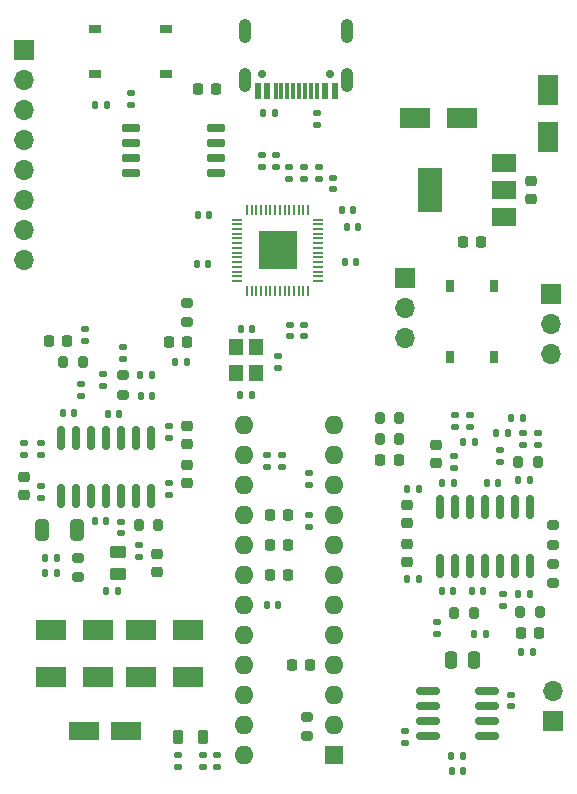
<source format=gbr>
%TF.GenerationSoftware,KiCad,Pcbnew,(6.0.6)*%
%TF.CreationDate,2022-10-30T13:06:07-04:00*%
%TF.ProjectId,RP2040_AS3394,52503230-3430-45f4-9153-333339342e6b,rev?*%
%TF.SameCoordinates,Original*%
%TF.FileFunction,Soldermask,Top*%
%TF.FilePolarity,Negative*%
%FSLAX46Y46*%
G04 Gerber Fmt 4.6, Leading zero omitted, Abs format (unit mm)*
G04 Created by KiCad (PCBNEW (6.0.6)) date 2022-10-30 13:06:07*
%MOMM*%
%LPD*%
G01*
G04 APERTURE LIST*
G04 Aperture macros list*
%AMRoundRect*
0 Rectangle with rounded corners*
0 $1 Rounding radius*
0 $2 $3 $4 $5 $6 $7 $8 $9 X,Y pos of 4 corners*
0 Add a 4 corners polygon primitive as box body*
4,1,4,$2,$3,$4,$5,$6,$7,$8,$9,$2,$3,0*
0 Add four circle primitives for the rounded corners*
1,1,$1+$1,$2,$3*
1,1,$1+$1,$4,$5*
1,1,$1+$1,$6,$7*
1,1,$1+$1,$8,$9*
0 Add four rect primitives between the rounded corners*
20,1,$1+$1,$2,$3,$4,$5,0*
20,1,$1+$1,$4,$5,$6,$7,0*
20,1,$1+$1,$6,$7,$8,$9,0*
20,1,$1+$1,$8,$9,$2,$3,0*%
G04 Aperture macros list end*
%ADD10RoundRect,0.225000X-0.225000X-0.250000X0.225000X-0.250000X0.225000X0.250000X-0.225000X0.250000X0*%
%ADD11RoundRect,0.135000X-0.185000X0.135000X-0.185000X-0.135000X0.185000X-0.135000X0.185000X0.135000X0*%
%ADD12RoundRect,0.225000X0.250000X-0.225000X0.250000X0.225000X-0.250000X0.225000X-0.250000X-0.225000X0*%
%ADD13RoundRect,0.225000X0.225000X0.250000X-0.225000X0.250000X-0.225000X-0.250000X0.225000X-0.250000X0*%
%ADD14RoundRect,0.135000X0.185000X-0.135000X0.185000X0.135000X-0.185000X0.135000X-0.185000X-0.135000X0*%
%ADD15RoundRect,0.200000X-0.275000X0.200000X-0.275000X-0.200000X0.275000X-0.200000X0.275000X0.200000X0*%
%ADD16RoundRect,0.140000X0.140000X0.170000X-0.140000X0.170000X-0.140000X-0.170000X0.140000X-0.170000X0*%
%ADD17RoundRect,0.200000X-0.200000X-0.275000X0.200000X-0.275000X0.200000X0.275000X-0.200000X0.275000X0*%
%ADD18RoundRect,0.140000X0.170000X-0.140000X0.170000X0.140000X-0.170000X0.140000X-0.170000X-0.140000X0*%
%ADD19RoundRect,0.140000X-0.140000X-0.170000X0.140000X-0.170000X0.140000X0.170000X-0.140000X0.170000X0*%
%ADD20RoundRect,0.250000X0.450000X-0.262500X0.450000X0.262500X-0.450000X0.262500X-0.450000X-0.262500X0*%
%ADD21R,0.750000X1.000000*%
%ADD22RoundRect,0.135000X-0.135000X-0.185000X0.135000X-0.185000X0.135000X0.185000X-0.135000X0.185000X0*%
%ADD23RoundRect,0.200000X0.200000X0.275000X-0.200000X0.275000X-0.200000X-0.275000X0.200000X-0.275000X0*%
%ADD24R,2.000000X1.500000*%
%ADD25R,2.000000X3.800000*%
%ADD26C,0.700000*%
%ADD27R,0.600000X1.450000*%
%ADD28R,0.300000X1.450000*%
%ADD29O,1.050000X2.100000*%
%ADD30R,1.700000X1.700000*%
%ADD31O,1.700000X1.700000*%
%ADD32RoundRect,0.150000X0.150000X-0.825000X0.150000X0.825000X-0.150000X0.825000X-0.150000X-0.825000X0*%
%ADD33R,1.200000X1.400000*%
%ADD34R,2.500000X1.800000*%
%ADD35R,1.600000X1.600000*%
%ADD36O,1.600000X1.600000*%
%ADD37RoundRect,0.218750X0.218750X0.381250X-0.218750X0.381250X-0.218750X-0.381250X0.218750X-0.381250X0*%
%ADD38RoundRect,0.250000X0.325000X0.650000X-0.325000X0.650000X-0.325000X-0.650000X0.325000X-0.650000X0*%
%ADD39R,1.800000X2.500000*%
%ADD40RoundRect,0.140000X-0.170000X0.140000X-0.170000X-0.140000X0.170000X-0.140000X0.170000X0.140000X0*%
%ADD41RoundRect,0.150000X-0.650000X-0.150000X0.650000X-0.150000X0.650000X0.150000X-0.650000X0.150000X0*%
%ADD42RoundRect,0.135000X0.135000X0.185000X-0.135000X0.185000X-0.135000X-0.185000X0.135000X-0.185000X0*%
%ADD43RoundRect,0.200000X0.275000X-0.200000X0.275000X0.200000X-0.275000X0.200000X-0.275000X-0.200000X0*%
%ADD44RoundRect,0.150000X-0.825000X-0.150000X0.825000X-0.150000X0.825000X0.150000X-0.825000X0.150000X0*%
%ADD45RoundRect,0.225000X-0.250000X0.225000X-0.250000X-0.225000X0.250000X-0.225000X0.250000X0.225000X0*%
%ADD46RoundRect,0.050000X-0.387500X-0.050000X0.387500X-0.050000X0.387500X0.050000X-0.387500X0.050000X0*%
%ADD47RoundRect,0.050000X-0.050000X-0.387500X0.050000X-0.387500X0.050000X0.387500X-0.050000X0.387500X0*%
%ADD48R,3.200000X3.200000*%
%ADD49RoundRect,0.250000X1.050000X0.550000X-1.050000X0.550000X-1.050000X-0.550000X1.050000X-0.550000X0*%
%ADD50RoundRect,0.150000X-0.150000X0.825000X-0.150000X-0.825000X0.150000X-0.825000X0.150000X0.825000X0*%
%ADD51RoundRect,0.250000X0.250000X0.475000X-0.250000X0.475000X-0.250000X-0.475000X0.250000X-0.475000X0*%
%ADD52R,1.000000X0.750000*%
G04 APERTURE END LIST*
D10*
%TO.C,C33*%
X133972000Y-132461000D03*
X135522000Y-132461000D03*
%TD*%
D11*
%TO.C,R31*%
X118364000Y-111631000D03*
X118364000Y-112651000D03*
%TD*%
D12*
%TO.C,C30*%
X145616000Y-131392000D03*
X145616000Y-129842000D03*
%TD*%
D13*
%TO.C,C45*%
X144905000Y-122758000D03*
X143355000Y-122758000D03*
%TD*%
D14*
%TO.C,R18*%
X122936000Y-130939000D03*
X122936000Y-129919000D03*
%TD*%
D15*
%TO.C,R54*%
X127013000Y-109405000D03*
X127013000Y-111055000D03*
%TD*%
D16*
%TO.C,C27*%
X149525000Y-133792000D03*
X148565000Y-133792000D03*
%TD*%
D17*
%TO.C,R52*%
X143305000Y-119202000D03*
X144955000Y-119202000D03*
%TD*%
D16*
%TO.C,C48*%
X121257000Y-118872000D03*
X120297000Y-118872000D03*
%TD*%
D11*
%TO.C,R17*%
X149553000Y-122360000D03*
X149553000Y-123380000D03*
%TD*%
D16*
%TO.C,C14*%
X132480000Y-111620000D03*
X131520000Y-111620000D03*
%TD*%
D18*
%TO.C,C51*%
X145415000Y-146657000D03*
X145415000Y-145697000D03*
%TD*%
D19*
%TO.C,C8*%
X140109000Y-101538490D03*
X141069000Y-101538490D03*
%TD*%
D14*
%TO.C,R57*%
X114620000Y-125990000D03*
X114620000Y-124970000D03*
%TD*%
D17*
%TO.C,R21*%
X155205000Y-135568000D03*
X156855000Y-135568000D03*
%TD*%
D20*
%TO.C,R13*%
X121158000Y-132357500D03*
X121158000Y-130532500D03*
%TD*%
D19*
%TO.C,C15*%
X131480000Y-117240000D03*
X132440000Y-117240000D03*
%TD*%
D21*
%TO.C,S2*%
X149245000Y-114032500D03*
X149245000Y-108032500D03*
X152995000Y-114032500D03*
X152995000Y-108032500D03*
%TD*%
D11*
%TO.C,R41*%
X119888000Y-115441000D03*
X119888000Y-116461000D03*
%TD*%
D12*
%TO.C,C22*%
X124460000Y-132220000D03*
X124460000Y-130670000D03*
%TD*%
D11*
%TO.C,R6*%
X122257000Y-91692000D03*
X122257000Y-92712000D03*
%TD*%
D14*
%TO.C,R2*%
X138000000Y-94353000D03*
X138000000Y-93333000D03*
%TD*%
D22*
%TO.C,R47*%
X155012000Y-124392000D03*
X156032000Y-124392000D03*
%TD*%
D23*
%TO.C,R53*%
X144955000Y-120980000D03*
X143305000Y-120980000D03*
%TD*%
D24*
%TO.C,U2*%
X153829000Y-102166000D03*
D25*
X147529000Y-99866000D03*
D24*
X153829000Y-99866000D03*
X153829000Y-97566000D03*
%TD*%
D26*
%TO.C,J2*%
X139112000Y-90042500D03*
X133332000Y-90042500D03*
D27*
X139472000Y-91487500D03*
X138672000Y-91487500D03*
D28*
X137472000Y-91487500D03*
X136472000Y-91487500D03*
X135972000Y-91487500D03*
X134972000Y-91487500D03*
D27*
X132972000Y-91487500D03*
X133772000Y-91487500D03*
D28*
X134472000Y-91487500D03*
X135472000Y-91487500D03*
X136972000Y-91487500D03*
X137972000Y-91487500D03*
D29*
X140542000Y-90572500D03*
X131902000Y-90572500D03*
X140542000Y-86392500D03*
X131902000Y-86392500D03*
%TD*%
D30*
%TO.C,J4*%
X113157000Y-88026000D03*
D31*
X113157000Y-90566000D03*
X113157000Y-93106000D03*
X113157000Y-95646000D03*
X113157000Y-98186000D03*
X113157000Y-100726000D03*
X113157000Y-103266000D03*
X113157000Y-105806000D03*
%TD*%
D19*
%TO.C,C31*%
X133759000Y-135001000D03*
X134719000Y-135001000D03*
%TD*%
D22*
%TO.C,R10*%
X120140000Y-133858000D03*
X121160000Y-133858000D03*
%TD*%
D32*
%TO.C,U6*%
X116332000Y-125792000D03*
X117602000Y-125792000D03*
X118872000Y-125792000D03*
X120142000Y-125792000D03*
X121412000Y-125792000D03*
X122682000Y-125792000D03*
X123952000Y-125792000D03*
X123952000Y-120842000D03*
X122682000Y-120842000D03*
X121412000Y-120842000D03*
X120142000Y-120842000D03*
X118872000Y-120842000D03*
X117602000Y-120842000D03*
X116332000Y-120842000D03*
%TD*%
D33*
%TO.C,Y1*%
X131103000Y-113200000D03*
X131103000Y-115400000D03*
X132803000Y-115400000D03*
X132803000Y-113200000D03*
%TD*%
D34*
%TO.C,D4*%
X127063000Y-137160000D03*
X123063000Y-137160000D03*
%TD*%
D23*
%TO.C,R34*%
X118137000Y-114427000D03*
X116487000Y-114427000D03*
%TD*%
D11*
%TO.C,R44*%
X153470000Y-121880000D03*
X153470000Y-122900000D03*
%TD*%
D35*
%TO.C,U5*%
X139436000Y-147706000D03*
D36*
X139436000Y-145166000D03*
X139436000Y-142626000D03*
X139436000Y-140086000D03*
X139436000Y-137546000D03*
X139436000Y-135006000D03*
X139436000Y-132466000D03*
X139436000Y-129926000D03*
X139436000Y-127386000D03*
X139436000Y-124846000D03*
X139436000Y-122306000D03*
X139436000Y-119766000D03*
X131816000Y-119766000D03*
X131816000Y-122306000D03*
X131816000Y-124846000D03*
X131816000Y-127386000D03*
X131816000Y-129926000D03*
X131816000Y-132466000D03*
X131816000Y-135006000D03*
X131816000Y-137546000D03*
X131816000Y-140086000D03*
X131816000Y-142626000D03*
X131816000Y-145166000D03*
X131816000Y-147706000D03*
%TD*%
D15*
%TO.C,R45*%
X121539000Y-115569992D03*
X121539000Y-117219992D03*
%TD*%
D18*
%TO.C,C50*%
X154410000Y-143575000D03*
X154410000Y-142615000D03*
%TD*%
D37*
%TO.C,FB1*%
X128316500Y-146177000D03*
X126191500Y-146177000D03*
%TD*%
D10*
%TO.C,C37*%
X133972000Y-127381000D03*
X135522000Y-127381000D03*
%TD*%
D11*
%TO.C,R32*%
X117983000Y-116330000D03*
X117983000Y-117350000D03*
%TD*%
D38*
%TO.C,C42*%
X117680000Y-128651000D03*
X114730000Y-128651000D03*
%TD*%
D39*
%TO.C,D2*%
X157537000Y-95389000D03*
X157537000Y-91389000D03*
%TD*%
D15*
%TO.C,R50*%
X117729000Y-131001000D03*
X117729000Y-132651000D03*
%TD*%
D40*
%TO.C,C28*%
X128316500Y-147729000D03*
X128316500Y-148689000D03*
%TD*%
D10*
%TO.C,C12*%
X150355000Y-104267000D03*
X151905000Y-104267000D03*
%TD*%
D41*
%TO.C,U3*%
X122257000Y-94615000D03*
X122257000Y-95885000D03*
X122257000Y-97155000D03*
X122257000Y-98425000D03*
X129457000Y-98425000D03*
X129457000Y-97155000D03*
X129457000Y-95885000D03*
X129457000Y-94615000D03*
%TD*%
D42*
%TO.C,R8*%
X156286000Y-138999000D03*
X155266000Y-138999000D03*
%TD*%
D43*
%TO.C,R15*%
X137160000Y-146113000D03*
X137160000Y-144463000D03*
%TD*%
D42*
%TO.C,R56*%
X115953000Y-131001000D03*
X114933000Y-131001000D03*
%TD*%
D44*
%TO.C,U7*%
X147385000Y-142305000D03*
X147385000Y-143575000D03*
X147385000Y-144845000D03*
X147385000Y-146115000D03*
X152335000Y-146115000D03*
X152335000Y-144845000D03*
X152335000Y-143575000D03*
X152335000Y-142305000D03*
%TD*%
D14*
%TO.C,R11*%
X137287000Y-128399000D03*
X137287000Y-127379000D03*
%TD*%
D11*
%TO.C,R9*%
X149680000Y-118929000D03*
X149680000Y-119949000D03*
%TD*%
%TO.C,R3*%
X135636000Y-97915000D03*
X135636000Y-98935000D03*
%TD*%
D18*
%TO.C,C19*%
X150950000Y-119919000D03*
X150950000Y-118959000D03*
%TD*%
D14*
%TO.C,R36*%
X114607000Y-122320000D03*
X114607000Y-121300000D03*
%TD*%
D22*
%TO.C,R46*%
X123031000Y-115570000D03*
X124051000Y-115570000D03*
%TD*%
D19*
%TO.C,C52*%
X149380000Y-149100000D03*
X150340000Y-149100000D03*
%TD*%
D40*
%TO.C,C20*%
X121412000Y-127960000D03*
X121412000Y-128920000D03*
%TD*%
D30*
%TO.C,J1*%
X145430000Y-107285000D03*
D31*
X145430000Y-109825000D03*
X145430000Y-112365000D03*
%TD*%
D11*
%TO.C,R37*%
X135001000Y-122299000D03*
X135001000Y-123319000D03*
%TD*%
D23*
%TO.C,R28*%
X151267000Y-135697000D03*
X149617000Y-135697000D03*
%TD*%
D18*
%TO.C,C4*%
X139319000Y-99794000D03*
X139319000Y-98834000D03*
%TD*%
D42*
%TO.C,R22*%
X149555000Y-124648000D03*
X148535000Y-124648000D03*
%TD*%
%TO.C,R55*%
X127013000Y-114427000D03*
X125993000Y-114427000D03*
%TD*%
D13*
%TO.C,C32*%
X116853000Y-112649000D03*
X115303000Y-112649000D03*
%TD*%
D18*
%TO.C,C6*%
X134493000Y-97889000D03*
X134493000Y-96929000D03*
%TD*%
D16*
%TO.C,C44*%
X152065000Y-133792000D03*
X151105000Y-133792000D03*
%TD*%
D34*
%TO.C,D1*%
X150266000Y-93770000D03*
X146266000Y-93770000D03*
%TD*%
D22*
%TO.C,R1*%
X133445000Y-93380000D03*
X134465000Y-93380000D03*
%TD*%
D45*
%TO.C,C21*%
X148029000Y-121458000D03*
X148029000Y-123008000D03*
%TD*%
D18*
%TO.C,C2*%
X138176000Y-98905000D03*
X138176000Y-97945000D03*
%TD*%
D17*
%TO.C,R23*%
X122875000Y-128270000D03*
X124525000Y-128270000D03*
%TD*%
D30*
%TO.C,J3*%
X158000000Y-144845000D03*
D31*
X158000000Y-142305000D03*
%TD*%
D16*
%TO.C,C10*%
X128849000Y-101981000D03*
X127889000Y-101981000D03*
%TD*%
D22*
%TO.C,R12*%
X150313000Y-121219000D03*
X151333000Y-121219000D03*
%TD*%
D46*
%TO.C,U1*%
X131200509Y-102375990D03*
X131200509Y-102775990D03*
X131200509Y-103175990D03*
X131200509Y-103575990D03*
X131200509Y-103975990D03*
X131200509Y-104375990D03*
X131200509Y-104775990D03*
X131200509Y-105175990D03*
X131200509Y-105575990D03*
X131200509Y-105975990D03*
X131200509Y-106375990D03*
X131200509Y-106775990D03*
X131200509Y-107175990D03*
X131200509Y-107575990D03*
D47*
X132038009Y-108413490D03*
X132438009Y-108413490D03*
X132838009Y-108413490D03*
X133238009Y-108413490D03*
X133638009Y-108413490D03*
X134038009Y-108413490D03*
X134438009Y-108413490D03*
X134838009Y-108413490D03*
X135238009Y-108413490D03*
X135638009Y-108413490D03*
X136038009Y-108413490D03*
X136438009Y-108413490D03*
X136838009Y-108413490D03*
X137238009Y-108413490D03*
D46*
X138075509Y-107575990D03*
X138075509Y-107175990D03*
X138075509Y-106775990D03*
X138075509Y-106375990D03*
X138075509Y-105975990D03*
X138075509Y-105575990D03*
X138075509Y-105175990D03*
X138075509Y-104775990D03*
X138075509Y-104375990D03*
X138075509Y-103975990D03*
X138075509Y-103575990D03*
X138075509Y-103175990D03*
X138075509Y-102775990D03*
X138075509Y-102375990D03*
D47*
X137238009Y-101538490D03*
X136838009Y-101538490D03*
X136438009Y-101538490D03*
X136038009Y-101538490D03*
X135638009Y-101538490D03*
X135238009Y-101538490D03*
X134838009Y-101538490D03*
X134438009Y-101538490D03*
X134038009Y-101538490D03*
X133638009Y-101538490D03*
X133238009Y-101538490D03*
X132838009Y-101538490D03*
X132438009Y-101538490D03*
X132038009Y-101538490D03*
D48*
X134638009Y-104975990D03*
%TD*%
D11*
%TO.C,R4*%
X136906000Y-97915000D03*
X136906000Y-98935000D03*
%TD*%
D14*
%TO.C,R48*%
X125476000Y-120842000D03*
X125476000Y-119822000D03*
%TD*%
D40*
%TO.C,C29*%
X129540000Y-147729000D03*
X129540000Y-148689000D03*
%TD*%
D22*
%TO.C,R38*%
X153107000Y-120457000D03*
X154127000Y-120457000D03*
%TD*%
D49*
%TO.C,C34*%
X121815000Y-145669000D03*
X118215000Y-145669000D03*
%TD*%
D22*
%TO.C,R49*%
X114933000Y-132334000D03*
X115953000Y-132334000D03*
%TD*%
D50*
%TO.C,U4*%
X156030000Y-126745000D03*
X154760000Y-126745000D03*
X153490000Y-126745000D03*
X152220000Y-126745000D03*
X150950000Y-126745000D03*
X149680000Y-126745000D03*
X148410000Y-126745000D03*
X148410000Y-131695000D03*
X149680000Y-131695000D03*
X150950000Y-131695000D03*
X152220000Y-131695000D03*
X153490000Y-131695000D03*
X154760000Y-131695000D03*
X156030000Y-131695000D03*
%TD*%
D13*
%TO.C,C46*%
X127013000Y-112776000D03*
X125463000Y-112776000D03*
%TD*%
D14*
%TO.C,R19*%
X153744000Y-135062000D03*
X153744000Y-134042000D03*
%TD*%
D22*
%TO.C,R39*%
X154377000Y-119187000D03*
X155397000Y-119187000D03*
%TD*%
D45*
%TO.C,C41*%
X127000000Y-119822000D03*
X127000000Y-121372000D03*
%TD*%
D40*
%TO.C,C1*%
X136906000Y-111280000D03*
X136906000Y-112240000D03*
%TD*%
%TO.C,C13*%
X135710000Y-111280000D03*
X135710000Y-112240000D03*
%TD*%
D51*
%TO.C,C26*%
X151267000Y-139634000D03*
X149367000Y-139634000D03*
%TD*%
D18*
%TO.C,C39*%
X121539000Y-114145000D03*
X121539000Y-113185000D03*
%TD*%
D10*
%TO.C,C17*%
X135877000Y-140081000D03*
X137427000Y-140081000D03*
%TD*%
D14*
%TO.C,R29*%
X148156000Y-137477000D03*
X148156000Y-136457000D03*
%TD*%
D19*
%TO.C,C43*%
X152375000Y-124648000D03*
X153335000Y-124648000D03*
%TD*%
D42*
%TO.C,R27*%
X152287000Y-137475000D03*
X151267000Y-137475000D03*
%TD*%
D14*
%TO.C,R26*%
X125476000Y-125732000D03*
X125476000Y-124712000D03*
%TD*%
D11*
%TO.C,R33*%
X113210000Y-121297993D03*
X113210000Y-122317993D03*
%TD*%
D13*
%TO.C,C16*%
X129457000Y-91313000D03*
X127907000Y-91313000D03*
%TD*%
D34*
%TO.C,D5*%
X115443000Y-141097000D03*
X119443000Y-141097000D03*
%TD*%
D43*
%TO.C,R20*%
X157935000Y-133165000D03*
X157935000Y-131515000D03*
%TD*%
D11*
%TO.C,R14*%
X137287000Y-123823000D03*
X137287000Y-124843000D03*
%TD*%
D34*
%TO.C,D6*%
X119443000Y-137160000D03*
X115443000Y-137160000D03*
%TD*%
D11*
%TO.C,R35*%
X133731000Y-122299000D03*
X133731000Y-123319000D03*
%TD*%
%TO.C,R42*%
X156665000Y-120455000D03*
X156665000Y-121475000D03*
%TD*%
D16*
%TO.C,C11*%
X128750000Y-106172000D03*
X127790000Y-106172000D03*
%TD*%
D19*
%TO.C,C40*%
X123091000Y-117348000D03*
X124051000Y-117348000D03*
%TD*%
%TO.C,C5*%
X140363000Y-105976000D03*
X141323000Y-105976000D03*
%TD*%
D12*
%TO.C,C25*%
X127000000Y-124712000D03*
X127000000Y-123162000D03*
%TD*%
D19*
%TO.C,C9*%
X140490000Y-102997000D03*
X141450000Y-102997000D03*
%TD*%
D42*
%TO.C,R25*%
X146634000Y-125156000D03*
X145614000Y-125156000D03*
%TD*%
D10*
%TO.C,C18*%
X155255000Y-137348000D03*
X156805000Y-137348000D03*
%TD*%
D19*
%TO.C,C23*%
X155042000Y-134044000D03*
X156002000Y-134044000D03*
%TD*%
D42*
%TO.C,R30*%
X146634000Y-132776000D03*
X145614000Y-132776000D03*
%TD*%
D22*
%TO.C,R16*%
X149350000Y-147830000D03*
X150370000Y-147830000D03*
%TD*%
D11*
%TO.C,R40*%
X155395000Y-120455000D03*
X155395000Y-121475000D03*
%TD*%
D10*
%TO.C,C35*%
X133972000Y-129921000D03*
X135522000Y-129921000D03*
%TD*%
D18*
%TO.C,C3*%
X133350000Y-97889000D03*
X133350000Y-96929000D03*
%TD*%
D14*
%TO.C,R7*%
X134708000Y-114980000D03*
X134708000Y-113960000D03*
%TD*%
D16*
%TO.C,C38*%
X117447000Y-118745000D03*
X116487000Y-118745000D03*
%TD*%
D52*
%TO.C,S1*%
X119174000Y-86263000D03*
X125174000Y-86263000D03*
X119174000Y-90013000D03*
X125174000Y-90013000D03*
%TD*%
D30*
%TO.C,J5*%
X157820000Y-108685000D03*
D31*
X157820000Y-111225000D03*
X157820000Y-113765000D03*
%TD*%
D45*
%TO.C,C49*%
X113170000Y-124185000D03*
X113170000Y-125735000D03*
%TD*%
D22*
%TO.C,R5*%
X119174000Y-92712000D03*
X120194000Y-92712000D03*
%TD*%
D45*
%TO.C,C24*%
X145616000Y-126540000D03*
X145616000Y-128090000D03*
%TD*%
%TO.C,C7*%
X156083000Y-99091000D03*
X156083000Y-100641000D03*
%TD*%
D34*
%TO.C,D3*%
X123063000Y-141097000D03*
X127063000Y-141097000D03*
%TD*%
D23*
%TO.C,R43*%
X156662000Y-122870000D03*
X155012000Y-122870000D03*
%TD*%
D40*
%TO.C,C36*%
X126238000Y-147729000D03*
X126238000Y-148689000D03*
%TD*%
D19*
%TO.C,C47*%
X119190000Y-127940000D03*
X120150000Y-127940000D03*
%TD*%
D43*
%TO.C,R24*%
X157935000Y-129918000D03*
X157935000Y-128268000D03*
%TD*%
M02*

</source>
